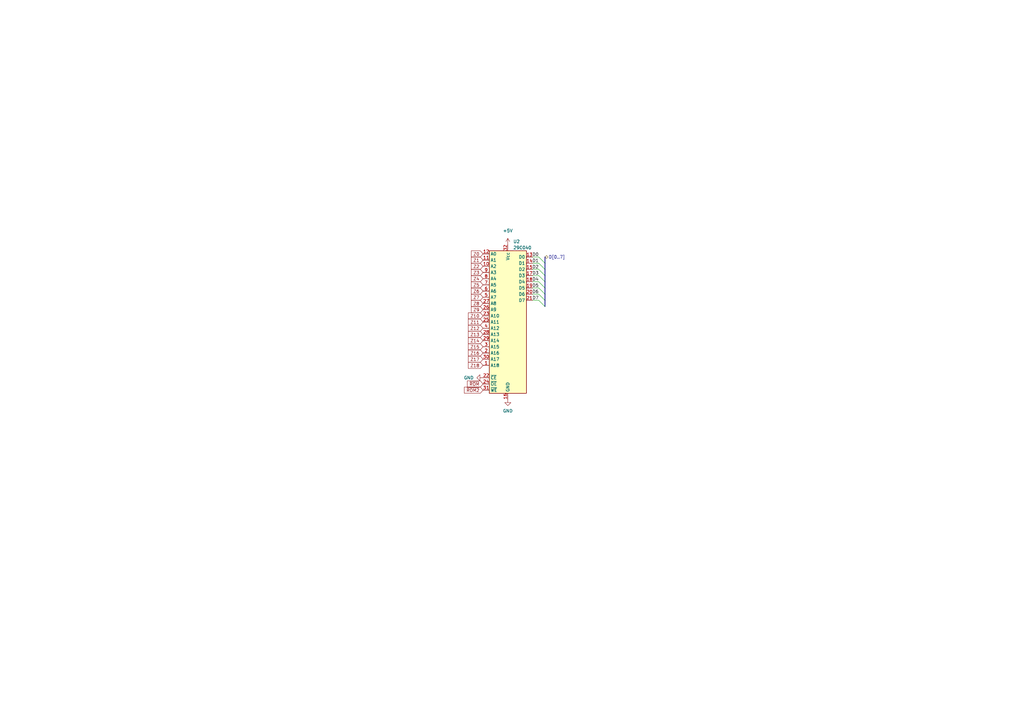
<source format=kicad_sch>
(kicad_sch (version 20231120) (generator "eeschema") (generator_version "8.0")
  (paper "A3")
  (lib_symbols
    (symbol "Motorola PIA:29C040"
      (property "Reference" "U" (at 0 0 0))
      (symbol "29C040_1_0"
        (pin input line (at -10.16 -7.62 0) (length 2.54) (name "A14") (number "29"))
        (pin input line (at -10.16 -15.24 0) (length 2.54) (name "A17") (number "30"))
        (pin input line (at -10.16 -27.94 0) (length 2.54) (name "~{WE}") (number "31"))
        (pin power_in line (at 0 31.75 270) (length 2.54) (name "Vcc") (number "32"))
      )
      (symbol "29C040_1_1"
        (rectangle (start -7.62 29.21) (end 7.62 -29.21) (stroke (width 0.254)) (fill (type background)))
        (pin input line (at -10.16 -17.78 0) (length 2.54) (name "A18") (number "1"))
        (pin input line (at -10.16 22.86 0) (length 2.54) (name "A2") (number "10"))
        (pin input line (at -10.16 25.4 0) (length 2.54) (name "A1") (number "11"))
        (pin input line (at -10.16 27.94 0) (length 2.54) (name "A0") (number "12"))
        (pin tri_state line (at 10.16 26.67 180) (length 2.54) (name "D0") (number "13"))
        (pin tri_state line (at 10.16 24.13 180) (length 2.54) (name "D1") (number "14"))
        (pin tri_state line (at 10.16 21.59 180) (length 2.54) (name "D2") (number "15"))
        (pin passive line (at 0 -31.75 90) (length 2.54) (name "GND") (number "16"))
        (pin tri_state line (at 10.16 19.05 180) (length 2.54) (name "D3") (number "17"))
        (pin tri_state line (at 10.16 16.51 180) (length 2.54) (name "D4") (number "18"))
        (pin tri_state line (at 10.16 13.97 180) (length 2.54) (name "D5") (number "19"))
        (pin input line (at -10.16 -12.7 0) (length 2.54) (name "A16") (number "2"))
        (pin tri_state line (at 10.16 11.43 180) (length 2.54) (name "D6") (number "20"))
        (pin tri_state line (at 10.16 8.89 180) (length 2.54) (name "D7") (number "21"))
        (pin input line (at -10.16 -22.86 0) (length 2.54) (name "~{CE}") (number "22"))
        (pin input line (at -10.16 2.54 0) (length 2.54) (name "A10") (number "23"))
        (pin input line (at -10.16 -25.4 0) (length 2.54) (name "~{OE}") (number "24"))
        (pin input line (at -10.16 0 0) (length 2.54) (name "A11") (number "25"))
        (pin input line (at -10.16 5.08 0) (length 2.54) (name "A9") (number "26"))
        (pin input line (at -10.16 7.62 0) (length 2.54) (name "A8") (number "27"))
        (pin input line (at -10.16 -5.08 0) (length 2.54) (name "A13") (number "28"))
        (pin input line (at -10.16 -10.16 0) (length 2.54) (name "A15") (number "3"))
        (pin input line (at -10.16 -2.54 0) (length 2.54) (name "A12") (number "4"))
        (pin input line (at -10.16 10.16 0) (length 2.54) (name "A7") (number "5"))
        (pin input line (at -10.16 12.7 0) (length 2.54) (name "A6") (number "6"))
        (pin input line (at -10.16 15.24 0) (length 2.54) (name "A5") (number "7"))
        (pin input line (at -10.16 17.78 0) (length 2.54) (name "A4") (number "8"))
        (pin input line (at -10.16 20.32 0) (length 2.54) (name "A3") (number "9"))
      )
    )
    (symbol "power:+5V" (power) (pin_names (offset 0))
      (property "Value" "+5V" (at 0 3.556 0))
      (symbol "+5V_0_1"
        (polyline (pts (xy -0.762 1.27) (xy 0 2.54)))
        (polyline (pts (xy 0 0) (xy 0 2.54)))
        (polyline (pts (xy 0 2.54) (xy 0.762 1.27)))
      )
      (symbol "+5V_1_1"
        (pin power_in line (at 0 0 90) (length 0) hide (name "+5V") (number "1"))
      )
    )
    (symbol "power:GND" (power) (pin_names (offset 0))
      (property "Value" "GND" (at 0 -3.81 0))
      (symbol "GND_0_1"
        (polyline (pts (xy 0 0) (xy 0 -1.27) (xy 1.27 -1.27) (xy 0 -2.54) (xy -1.27 -1.27) (xy 0 -1.27)))
      )
      (symbol "GND_1_1"
        (pin power_in line (at 0 0 270) (length 0) hide (name "GND") (number "1"))
      )
    )
  )
  (bus_entry (at 223.52 123.19) (size -2.54 -2.54))
  (bus_entry (at 223.52 118.11) (size -2.54 -2.54))
  (bus_entry (at 223.52 110.49) (size -2.54 -2.54))
  (bus_entry (at 223.52 120.65) (size -2.54 -2.54))
  (bus_entry (at 223.52 113.03) (size -2.54 -2.54))
  (bus_entry (at 223.52 115.57) (size -2.54 -2.54))
  (bus_entry (at 223.52 125.73) (size -2.54 -2.54))
  (bus_entry (at 223.52 107.95) (size -2.54 -2.54))
  (wire (pts (xy 220.98 118.11) (xy 218.44 118.11)))
  (bus (pts (xy 223.52 118.11) (xy 223.52 115.57)))
  (bus (pts (xy 223.52 113.03) (xy 223.52 110.49)))
  (bus (pts (xy 223.52 105.41) (xy 223.52 107.95)))
  (bus (pts (xy 223.52 123.19) (xy 223.52 125.73)))
  (bus (pts (xy 223.52 110.49) (xy 223.52 107.95)))
  (bus (pts (xy 223.52 118.11) (xy 223.52 120.65)))
  (wire (pts (xy 220.98 120.65) (xy 218.44 120.65)))
  (wire (pts (xy 220.98 107.95) (xy 218.44 107.95)))
  (bus (pts (xy 223.52 115.57) (xy 223.52 113.03)))
  (bus (pts (xy 223.52 123.19) (xy 223.52 120.65)))
  (wire (pts (xy 220.98 113.03) (xy 218.44 113.03)))
  (wire (pts (xy 220.98 110.49) (xy 218.44 110.49)))
  (wire (pts (xy 220.98 105.41) (xy 218.44 105.41)))
  (wire (pts (xy 220.98 115.57) (xy 218.44 115.57)))
  (wire (pts (xy 220.98 123.19) (xy 218.44 123.19)))
  (label "D4" (at 220.98 115.57 180))
  (label "D2" (at 220.98 110.49 180))
  (label "D1" (at 220.98 107.95 180))
  (label "D6" (at 220.98 120.65 180))
  (label "D3" (at 220.98 113.03 180))
  (label "D0" (at 220.98 105.41 180))
  (label "D5" (at 220.98 118.11 180))
  (label "D7" (at 220.98 123.19 180))
  (global_label "Z18" (shape input) (at 198.12 149.86 180) (property "Intersheetrefs" "${INTERSHEET_REFS}" (effects (hide yes))))
  (global_label "Z14" (shape input) (at 198.12 139.7 180) (property "Intersheetrefs" "${INTERSHEET_REFS}" (effects (hide yes))))
  (global_label "Z9" (shape input) (at 198.12 127 180) (property "Intersheetrefs" "${INTERSHEET_REFS}" (effects (hide yes))))
  (global_label "Z11" (shape input) (at 198.12 132.08 180) (property "Intersheetrefs" "${INTERSHEET_REFS}" (effects (hide yes))))
  (global_label "Z2" (shape input) (at 198.12 109.22 180) (property "Intersheetrefs" "${INTERSHEET_REFS}" (effects (hide yes))))
  (global_label "Z12" (shape input) (at 198.12 134.62 180) (property "Intersheetrefs" "${INTERSHEET_REFS}" (effects (hide yes))))
  (global_label "Z6" (shape input) (at 198.12 119.38 180) (property "Intersheetrefs" "${INTERSHEET_REFS}" (effects (hide yes))))
  (global_label "~{ROM2}" (shape input) (at 198.12 160.02 180) (property "Intersheetrefs" "${INTERSHEET_REFS}" (effects (hide yes))))
  (global_label "Z15" (shape input) (at 198.12 142.24 180) (property "Intersheetrefs" "${INTERSHEET_REFS}" (effects (hide yes))))
  (global_label "Z17" (shape input) (at 198.12 147.32 180) (property "Intersheetrefs" "${INTERSHEET_REFS}" (effects (hide yes))))
  (global_label "Z10" (shape input) (at 198.12 129.54 180) (property "Intersheetrefs" "${INTERSHEET_REFS}" (effects (hide yes))))
  (global_label "Z3" (shape input) (at 198.12 111.76 180) (property "Intersheetrefs" "${INTERSHEET_REFS}" (effects (hide yes))))
  (global_label "~{ROM}" (shape input) (at 198.12 157.48 180) (property "Intersheetrefs" "${INTERSHEET_REFS}" (effects (hide yes))))
  (global_label "Z5" (shape input) (at 198.12 116.84 180) (property "Intersheetrefs" "${INTERSHEET_REFS}" (effects (hide yes))))
  (global_label "Z1" (shape input) (at 198.12 106.68 180) (property "Intersheetrefs" "${INTERSHEET_REFS}" (effects (hide yes))))
  (global_label "Z13" (shape input) (at 198.12 137.16 180) (property "Intersheetrefs" "${INTERSHEET_REFS}" (effects (hide yes))))
  (global_label "Z7" (shape input) (at 198.12 121.92 180) (property "Intersheetrefs" "${INTERSHEET_REFS}" (effects (hide yes))))
  (global_label "Z4" (shape input) (at 198.12 114.3 180) (property "Intersheetrefs" "${INTERSHEET_REFS}" (effects (hide yes))))
  (global_label "Z8" (shape input) (at 198.12 124.46 180) (property "Intersheetrefs" "${INTERSHEET_REFS}" (effects (hide yes))))
  (global_label "Z0" (shape input) (at 198.12 104.14 180) (property "Intersheetrefs" "${INTERSHEET_REFS}" (effects (hide yes))))
  (global_label "Z16" (shape input) (at 198.12 144.78 180) (property "Intersheetrefs" "${INTERSHEET_REFS}" (effects (hide yes))))
  (hierarchical_label "D[0..7]" (shape bidirectional) (at 223.52 105.41 0))
  (symbol (lib_id "Motorola PIA:29C040") (at 208.28 132.08 0) (unit 1)
    (property "Reference" "U2" (at 210.4741 99.06 0) (effects (justify left)))
    (property "Value" "29C040" (at 210.4741 101.6 0) (effects (justify left)))
    (property "Footprint" "Package_LCC:PLCC-32_THT-Socket" (effects (hide yes)))
    (property "Datasheet" "https://mm.digikey.com/Volume0/opasdata/d220001/medias/docus/729/AT29C040A%2808%29.pdf" (effects (hide yes)))
    (property "DigiKey" "AT29C040A-12JC-ND" (effects (hide yes)))
  )
  (symbol (lib_id "power:GND") (at 208.28 163.83 0) (unit 1)
    (property "Reference" "#PWR017" (effects (hide yes)))
    (property "Value" "GND" (at 208.28 168.529 0))
  )
  (symbol (lib_id "power:GND") (at 198.12 154.94 270) (unit 1)
    (property "Reference" "#PWR018" (effects (hide yes)))
    (property "Value" "GND" (at 194.31 154.9399 90) (effects (justify right)))
  )
  (symbol (lib_id "power:+5V") (at 208.28 100.33 0) (unit 1)
    (property "Reference" "#PWR019" (effects (hide yes)))
    (property "Value" "+5V" (at 208.28 94.615 0))
  )
)
</source>
